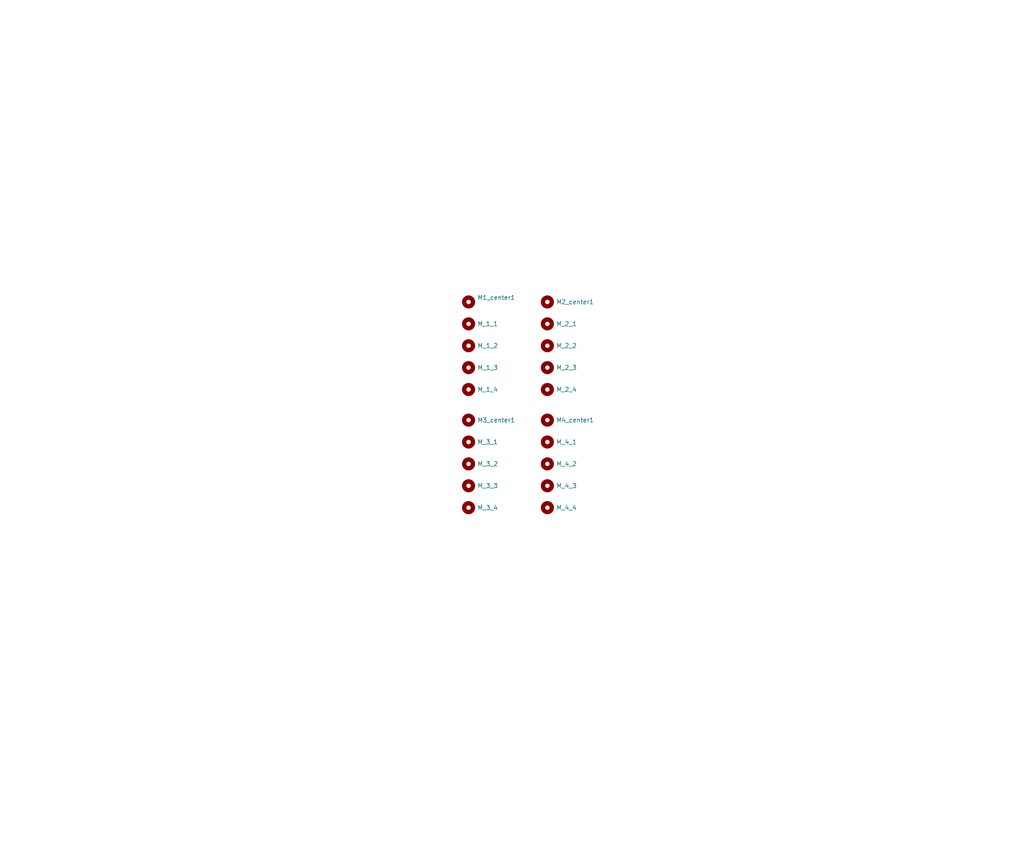
<source format=kicad_sch>
(kicad_sch (version 20250114) (generator "eeschema") (generator_version "9.0")
  (paper "User" 297.002 244.323)
  (lib_symbols
    (symbol "Mechanical:MountingHole" (pin_names (offset 1.016))
      (property "Reference" "H" (at 0 5.08 0))
      (property "Value" "MountingHole" (at 0 3.175 0))
      (symbol "MountingHole_0_1"
        (circle (center 0 0) (radius 1.27) (stroke (width 1.27)))
      )
    )
  )
  (symbol (lib_id "Mechanical:MountingHole") (at 158.75 121.92 0) (unit 1)
    (property "Reference" "M4_center1" (at 161.29 121.9199 0) (effects (justify left)))
    (property "Value" "MountingHole" (effects (hide yes)))
    (property "Footprint" "MountingHole:MountingHole_5.5mm" (effects (hide yes)))
    (property "Description" "Mounting Hole without connection" (effects (hide yes)))
  )
  (symbol (lib_id "Mechanical:MountingHole") (at 135.89 106.68 0) (unit 1)
    (property "Reference" "M_1_3" (at 138.43 106.6799 0) (effects (justify left)))
    (property "Value" "MountingHole" (effects (hide yes)))
    (property "Footprint" "MountingHole:MountingHole_2.2mm_M2" (effects (hide yes)))
    (property "Description" "Mounting Hole without connection" (effects (hide yes)))
  )
  (symbol (lib_id "Mechanical:MountingHole") (at 135.89 140.97 0) (unit 1)
    (property "Reference" "M_3_3" (at 138.43 140.9699 0) (effects (justify left)))
    (property "Value" "MountingHole" (effects (hide yes)))
    (property "Footprint" "MountingHole:MountingHole_2.2mm_M2" (effects (hide yes)))
    (property "Description" "Mounting Hole without connection" (effects (hide yes)))
  )
  (symbol (lib_id "Mechanical:MountingHole") (at 135.89 134.62 0) (unit 1)
    (property "Reference" "M_3_2" (at 138.43 134.6199 0) (effects (justify left)))
    (property "Value" "MountingHole" (effects (hide yes)))
    (property "Footprint" "MountingHole:MountingHole_2.2mm_M2" (effects (hide yes)))
    (property "Description" "Mounting Hole without connection" (effects (hide yes)))
  )
  (symbol (lib_id "Mechanical:MountingHole") (at 135.89 87.63 0) (unit 1)
    (property "Reference" "M1_center1" (at 138.43 86.3599 0) (effects (justify left)))
    (property "Value" "MountingHole" (effects (hide yes)))
    (property "Footprint" "MountingHole:MountingHole_5.5mm" (effects (hide yes)))
    (property "Description" "Mounting Hole without connection" (effects (hide yes)))
  )
  (symbol (lib_id "Mechanical:MountingHole") (at 158.75 140.97 0) (unit 1)
    (property "Reference" "M_4_3" (at 161.29 140.9699 0) (effects (justify left)))
    (property "Value" "MountingHole" (effects (hide yes)))
    (property "Footprint" "MountingHole:MountingHole_2.2mm_M2" (effects (hide yes)))
    (property "Description" "Mounting Hole without connection" (effects (hide yes)))
  )
  (symbol (lib_id "Mechanical:MountingHole") (at 158.75 113.03 0) (unit 1)
    (property "Reference" "M_2_4" (at 161.29 113.0299 0) (effects (justify left)))
    (property "Value" "MountingHole" (effects (hide yes)))
    (property "Footprint" "MountingHole:MountingHole_2.2mm_M2" (effects (hide yes)))
    (property "Description" "Mounting Hole without connection" (effects (hide yes)))
  )
  (symbol (lib_id "Mechanical:MountingHole") (at 158.75 147.32 0) (unit 1)
    (property "Reference" "M_4_4" (at 161.29 147.3199 0) (effects (justify left)))
    (property "Value" "MountingHole" (effects (hide yes)))
    (property "Footprint" "MountingHole:MountingHole_2.2mm_M2" (effects (hide yes)))
    (property "Description" "Mounting Hole without connection" (effects (hide yes)))
  )
  (symbol (lib_id "Mechanical:MountingHole") (at 135.89 128.27 0) (unit 1)
    (property "Reference" "M_3_1" (at 138.43 128.2699 0) (effects (justify left)))
    (property "Value" "MountingHole" (effects (hide yes)))
    (property "Footprint" "MountingHole:MountingHole_2.2mm_M2" (effects (hide yes)))
    (property "Description" "Mounting Hole without connection" (effects (hide yes)))
  )
  (symbol (lib_id "Mechanical:MountingHole") (at 135.89 93.98 0) (unit 1)
    (property "Reference" "M_1_1" (at 138.43 93.9799 0) (effects (justify left)))
    (property "Value" "MountingHole" (effects (hide yes)))
    (property "Footprint" "MountingHole:MountingHole_2.2mm_M2" (effects (hide yes)))
    (property "Description" "Mounting Hole without connection" (effects (hide yes)))
  )
  (symbol (lib_id "Mechanical:MountingHole") (at 158.75 87.63 0) (unit 1)
    (property "Reference" "M2_center1" (at 161.29 87.6299 0) (effects (justify left)))
    (property "Value" "MountingHole" (effects (hide yes)))
    (property "Footprint" "MountingHole:MountingHole_5.5mm" (effects (hide yes)))
    (property "Description" "Mounting Hole without connection" (effects (hide yes)))
  )
  (symbol (lib_id "Mechanical:MountingHole") (at 158.75 106.68 0) (unit 1)
    (property "Reference" "M_2_3" (at 161.29 106.6799 0) (effects (justify left)))
    (property "Value" "MountingHole" (effects (hide yes)))
    (property "Footprint" "MountingHole:MountingHole_2.2mm_M2" (effects (hide yes)))
    (property "Description" "Mounting Hole without connection" (effects (hide yes)))
  )
  (symbol (lib_id "Mechanical:MountingHole") (at 158.75 128.27 0) (unit 1)
    (property "Reference" "M_4_1" (at 161.29 128.2699 0) (effects (justify left)))
    (property "Value" "MountingHole" (effects (hide yes)))
    (property "Footprint" "MountingHole:MountingHole_2.2mm_M2" (effects (hide yes)))
    (property "Description" "Mounting Hole without connection" (effects (hide yes)))
  )
  (symbol (lib_id "Mechanical:MountingHole") (at 135.89 100.33 0) (unit 1)
    (property "Reference" "M_1_2" (at 138.43 100.3299 0) (effects (justify left)))
    (property "Value" "MountingHole" (effects (hide yes)))
    (property "Footprint" "MountingHole:MountingHole_2.2mm_M2" (effects (hide yes)))
    (property "Description" "Mounting Hole without connection" (effects (hide yes)))
  )
  (symbol (lib_id "Mechanical:MountingHole") (at 158.75 134.62 0) (unit 1)
    (property "Reference" "M_4_2" (at 161.29 134.6199 0) (effects (justify left)))
    (property "Value" "MountingHole" (effects (hide yes)))
    (property "Footprint" "MountingHole:MountingHole_2.2mm_M2" (effects (hide yes)))
    (property "Description" "Mounting Hole without connection" (effects (hide yes)))
  )
  (symbol (lib_id "Mechanical:MountingHole") (at 135.89 147.32 0) (unit 1)
    (property "Reference" "M_3_4" (at 138.43 147.3199 0) (effects (justify left)))
    (property "Value" "MountingHole" (effects (hide yes)))
    (property "Footprint" "MountingHole:MountingHole_2.2mm_M2" (effects (hide yes)))
    (property "Description" "Mounting Hole without connection" (effects (hide yes)))
  )
  (symbol (lib_id "Mechanical:MountingHole") (at 158.75 100.33 0) (unit 1)
    (property "Reference" "M_2_2" (at 161.29 100.3299 0) (effects (justify left)))
    (property "Value" "MountingHole" (effects (hide yes)))
    (property "Footprint" "MountingHole:MountingHole_2.2mm_M2" (effects (hide yes)))
    (property "Description" "Mounting Hole without connection" (effects (hide yes)))
  )
  (symbol (lib_id "Mechanical:MountingHole") (at 135.89 121.92 0) (unit 1)
    (property "Reference" "M3_center1" (at 138.43 121.9199 0) (effects (justify left)))
    (property "Value" "MountingHole" (effects (hide yes)))
    (property "Footprint" "MountingHole:MountingHole_5.5mm" (effects (hide yes)))
    (property "Description" "Mounting Hole without connection" (effects (hide yes)))
  )
  (symbol (lib_id "Mechanical:MountingHole") (at 158.75 93.98 0) (unit 1)
    (property "Reference" "M_2_1" (at 161.29 93.9799 0) (effects (justify left)))
    (property "Value" "MountingHole" (effects (hide yes)))
    (property "Footprint" "MountingHole:MountingHole_2.2mm_M2" (effects (hide yes)))
    (property "Description" "Mounting Hole without connection" (effects (hide yes)))
  )
  (symbol (lib_id "Mechanical:MountingHole") (at 135.89 113.03 0) (unit 1)
    (property "Reference" "M_1_4" (at 138.43 113.0299 0) (effects (justify left)))
    (property "Value" "MountingHole" (effects (hide yes)))
    (property "Footprint" "MountingHole:MountingHole_2.2mm_M2" (effects (hide yes)))
    (property "Description" "Mounting Hole without connection" (effects (hide yes)))
  )
)
</source>
